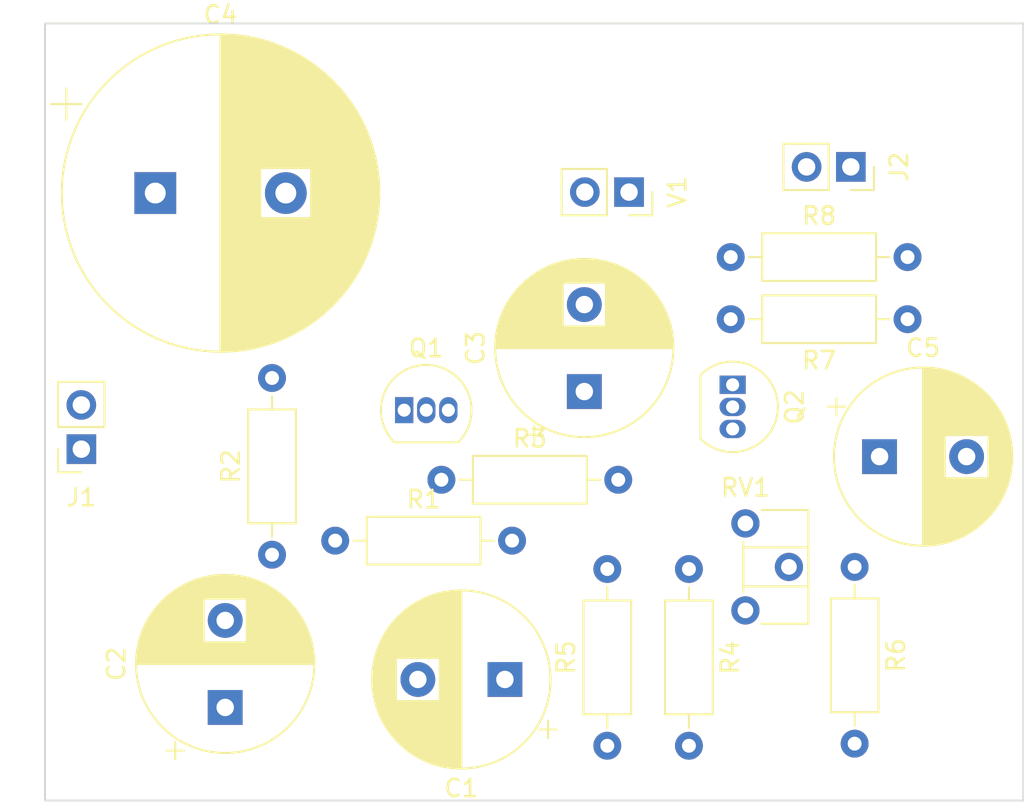
<source format=kicad_pcb>
(kicad_pcb (version 20211014) (generator pcbnew)
  (layers (0 "F.Cu" signal) (31 "B.Cu" signal) (34 "B.Paste" user) (35 "F.Paste" user) (36 "B.SilkS" user "B.Silkscreen") (37 "F.SilkS" user "F.Silkscreen") (38 "B.Mask" user) (39 "F.Mask" user) (44 "Edge.Cuts" user))
  (net 0 "")
  (net 1 "Net-(C1-Pad1)")
  (net 2 "Net-(C1-Pad2)")
  (net 3 "Net-(C2-Pad1)")
  (net 4 "GND")
  (net 5 "Net-(C3-Pad1)")
  (net 6 "Net-(C3-Pad2)")
  (net 7 "Net-(C4-Pad1)")
  (net 8 "Net-(C5-Pad1)")
  (net 9 "Net-(C5-Pad2)")
  (net 10 "Net-(Q1-Pad1)")
  (net 11 "Net-(R1-Pad2)")
  (net 12 "Net-(R6-Pad1)")
  (net 13 "VCC")
  (footprint "Connector_PinSocket_2.54mm:PinSocket_1x02_P2.54mm_Vertical" (layer "F.Cu") (at 126.59 74.415 -90)
    (fp_text reference "V1" (at 0 -2.77 90) (layer "F.SilkS"))
    (fp_text value "VSOURCE")
    (pad "1" thru_hole rect locked (at 0 0 270) (size 1.7 1.7) (drill 1) (layers *.Cu *.Mask) (net 13 "VCC"))
    (pad "2" thru_hole oval locked (at 0 2.54 270) (size 1.7 1.7) (drill 1) (layers *.Cu *.Mask) (net 4 "GND"))
  )
  (footprint "Package_TO_SOT_THT:TO-92_Inline" (layer "F.Cu") (at 132.54 85.49 -90)
    (fp_text reference "Q2" (at 1.27 -3.56 90) (layer "F.SilkS"))
    (fp_text value "BC547")
    (pad "1" thru_hole rect locked (at 0 0 270) (size 1.05 1.5) (drill 0.75) (layers *.Cu *.Mask) (net 8 "Net-(C5-Pad1)"))
    (pad "2" thru_hole oval locked (at 1.27 0 270) (size 1.05 1.5) (drill 0.75) (layers *.Cu *.Mask) (net 10 "Net-(Q1-Pad1)"))
    (pad "3" thru_hole oval locked (at 2.54 0 270) (size 1.05 1.5) (drill 0.75) (layers *.Cu *.Mask) (net 7 "Net-(C4-Pad1)"))
  )
  (footprint "Capacitor_THT:CP_Radial_D10.0mm_P5.00mm" (layer "F.Cu") (at 119.457677 102.43 180)
    (fp_text reference "C1" (at 2.5 -6.25) (layer "F.SilkS"))
    (fp_text value "10u")
    (pad "1" thru_hole rect locked (at 0 0 180) (size 2 2) (drill 1) (layers *.Cu *.Mask) (net 1 "Net-(C1-Pad1)"))
    (pad "2" thru_hole circle locked (at 5 0 180) (size 2 2) (drill 1) (layers *.Cu *.Mask) (net 2 "Net-(C1-Pad2)"))
  )
  (footprint "Resistor_THT:R_Axial_DIN0207_L6.3mm_D2.5mm_P10.16mm_Horizontal" (layer "F.Cu") (at 130.03 96.08 -90)
    (fp_text reference "R4" (at 5.08 -2.37 90) (layer "F.SilkS"))
    (fp_text value "390")
    (pad "1" thru_hole circle locked (at 0 0 270) (size 1.6 1.6) (drill 0.8) (layers *.Cu *.Mask) (net 7 "Net-(C4-Pad1)"))
    (pad "2" thru_hole oval locked (at 10.16 0 270) (size 1.6 1.6) (drill 0.8) (layers *.Cu *.Mask) (net 11 "Net-(R1-Pad2)"))
  )
  (footprint "Resistor_THT:R_Axial_DIN0207_L6.3mm_D2.5mm_P10.16mm_Horizontal" (layer "F.Cu") (at 125.34 106.24 90)
    (fp_text reference "R5" (at 5.08 -2.37 90) (layer "F.SilkS"))
    (fp_text value "1k")
    (pad "1" thru_hole circle locked (at 0 0 90) (size 1.6 1.6) (drill 0.8) (layers *.Cu *.Mask) (net 11 "Net-(R1-Pad2)"))
    (pad "2" thru_hole oval locked (at 10.16 0 90) (size 1.6 1.6) (drill 0.8) (layers *.Cu *.Mask) (net 4 "GND"))
  )
  (footprint "Resistor_THT:R_Axial_DIN0207_L6.3mm_D2.5mm_P10.16mm_Horizontal" (layer "F.Cu") (at 109.71 94.45)
    (fp_text reference "R1" (at 5.08 -2.37) (layer "F.SilkS"))
    (fp_text value "150k")
    (pad "1" thru_hole circle locked (at 0 0) (size 1.6 1.6) (drill 0.8) (layers *.Cu *.Mask) (net 1 "Net-(C1-Pad1)"))
    (pad "2" thru_hole oval locked (at 10.16 0) (size 1.6 1.6) (drill 0.8) (layers *.Cu *.Mask) (net 11 "Net-(R1-Pad2)"))
  )
  (footprint "Capacitor_THT:CP_Radial_D10.0mm_P5.00mm" (layer "F.Cu") (at 124.02 85.88 90)
    (fp_text reference "C3" (at 2.5 -6.25 90) (layer "F.SilkS"))
    (fp_text value "1u")
    (pad "1" thru_hole rect locked (at 0 0 90) (size 2 2) (drill 1) (layers *.Cu *.Mask) (net 5 "Net-(C3-Pad1)"))
    (pad "2" thru_hole circle locked (at 5 0 90) (size 2 2) (drill 1) (layers *.Cu *.Mask) (net 6 "Net-(C3-Pad2)"))
  )
  (footprint "Resistor_THT:R_Axial_DIN0207_L6.3mm_D2.5mm_P10.16mm_Horizontal" (layer "F.Cu") (at 115.81 90.95)
    (fp_text reference "R3" (at 5.08 -2.37) (layer "F.SilkS"))
    (fp_text value "4.7k")
    (pad "1" thru_hole circle locked (at 0 0) (size 1.6 1.6) (drill 0.8) (layers *.Cu *.Mask) (net 6 "Net-(C3-Pad2)"))
    (pad "2" thru_hole oval locked (at 10.16 0) (size 1.6 1.6) (drill 0.8) (layers *.Cu *.Mask) (net 4 "GND"))
  )
  (footprint "Package_TO_SOT_THT:TO-92_Inline" (layer "F.Cu") (at 113.67 86.95)
    (fp_text reference "Q1" (at 1.27 -3.56) (layer "F.SilkS"))
    (fp_text value "BC547")
    (pad "1" thru_hole rect locked (at 0 0) (size 1.05 1.5) (drill 0.75) (layers *.Cu *.Mask) (net 10 "Net-(Q1-Pad1)"))
    (pad "2" thru_hole oval locked (at 1.27 0) (size 1.05 1.5) (drill 0.75) (layers *.Cu *.Mask) (net 1 "Net-(C1-Pad1)"))
    (pad "3" thru_hole oval locked (at 2.54 0) (size 1.05 1.5) (drill 0.75) (layers *.Cu *.Mask) (net 6 "Net-(C3-Pad2)"))
  )
  (footprint "Capacitor_THT:CP_Radial_D10.0mm_P5.00mm" (layer "F.Cu") (at 140.982323 89.62)
    (fp_text reference "C5" (at 2.5 -6.25) (layer "F.SilkS"))
    (fp_text value "1u")
    (pad "1" thru_hole rect locked (at 0 0) (size 2 2) (drill 1) (layers *.Cu *.Mask) (net 8 "Net-(C5-Pad1)"))
    (pad "2" thru_hole circle locked (at 5 0) (size 2 2) (drill 1) (layers *.Cu *.Mask) (net 9 "Net-(C5-Pad2)"))
  )
  (footprint "Resistor_THT:R_Axial_DIN0207_L6.3mm_D2.5mm_P10.16mm_Horizontal" (layer "F.Cu") (at 106.08 95.26 90)
    (fp_text reference "R2" (at 5.08 -2.37 90) (layer "F.SilkS"))
    (fp_text value "270k")
    (pad "1" thru_hole circle locked (at 0 0 90) (size 1.6 1.6) (drill 0.8) (layers *.Cu *.Mask) (net 3 "Net-(C2-Pad1)"))
    (pad "2" thru_hole oval locked (at 10.16 0 90) (size 1.6 1.6) (drill 0.8) (layers *.Cu *.Mask) (net 10 "Net-(Q1-Pad1)"))
  )
  (footprint "Connector_PinSocket_2.54mm:PinSocket_1x02_P2.54mm_Vertical" (layer "F.Cu") (at 95.125 89.19 180)
    (fp_text reference "J1" (at 0 -2.77) (layer "F.SilkS"))
    (fp_text value "Conn_01x02")
    (pad "1" thru_hole rect locked (at 0 0 180) (size 1.7 1.7) (drill 1) (layers *.Cu *.Mask) (net 4 "GND"))
    (pad "2" thru_hole oval locked (at 0 2.54 180) (size 1.7 1.7) (drill 1) (layers *.Cu *.Mask) (net 2 "Net-(C1-Pad2)"))
  )
  (footprint "Resistor_THT:R_Axial_DIN0207_L6.3mm_D2.5mm_P10.16mm_Horizontal" (layer "F.Cu") (at 142.59 81.72 180)
    (fp_text reference "R7" (at 5.08 -2.37) (layer "F.SilkS"))
    (fp_text value "6.8k")
    (pad "1" thru_hole circle locked (at 0 0 180) (size 1.6 1.6) (drill 0.8) (layers *.Cu *.Mask) (net 3 "Net-(C2-Pad1)"))
    (pad "2" thru_hole oval locked (at 10.16 0 180) (size 1.6 1.6) (drill 0.8) (layers *.Cu *.Mask) (net 8 "Net-(C5-Pad1)"))
  )
  (footprint "Connector_PinSocket_2.54mm:PinSocket_1x02_P2.54mm_Vertical" (layer "F.Cu") (at 139.33 72.965 -90)
    (fp_text reference "J2" (at 0 -2.77 90) (layer "F.SilkS"))
    (fp_text value "Conn_01x02")
    (pad "1" thru_hole rect locked (at 0 0 270) (size 1.7 1.7) (drill 1) (layers *.Cu *.Mask) (net 9 "Net-(C5-Pad2)"))
    (pad "2" thru_hole oval locked (at 0 2.54 270) (size 1.7 1.7) (drill 1) (layers *.Cu *.Mask) (net 4 "GND"))
  )
  (footprint "Potentiometer_THT:Potentiometer_ACP_CA6-H2,5_Horizontal" (layer "F.Cu") (at 133.275 93.46)
    (fp_text reference "RV1" (at 0 -2.06) (layer "F.SilkS"))
    (fp_text value "100k")
    (pad "1" thru_hole circle locked (at 0 0) (size 1.62 1.62) (drill 0.9) (layers *.Cu *.Mask) (net 5 "Net-(C3-Pad1)"))
    (pad "2" thru_hole circle locked (at 2.5 2.5) (size 1.62 1.62) (drill 0.9) (layers *.Cu *.Mask) (net 5 "Net-(C3-Pad1)"))
    (pad "3" thru_hole circle locked (at 0 5) (size 1.62 1.62) (drill 0.9) (layers *.Cu *.Mask) (net 12 "Net-(R6-Pad1)"))
  )
  (footprint "Capacitor_THT:CP_Radial_D18.0mm_P7.50mm" (layer "F.Cu") (at 99.37222 74.47)
    (fp_text reference "C4" (at 3.75 -10.25) (layer "F.SilkS"))
    (fp_text value "220u")
    (pad "1" thru_hole rect locked (at 0 0) (size 2.4 2.4) (drill 1.2) (layers *.Cu *.Mask) (net 7 "Net-(C4-Pad1)"))
    (pad "2" thru_hole circle locked (at 7.5 0) (size 2.4 2.4) (drill 1.2) (layers *.Cu *.Mask) (net 4 "GND"))
  )
  (footprint "Resistor_THT:R_Axial_DIN0207_L6.3mm_D2.5mm_P10.16mm_Horizontal" (layer "F.Cu") (at 139.55 95.96 -90)
    (fp_text reference "R6" (at 5.08 -2.37 90) (layer "F.SilkS"))
    (fp_text value "47k")
    (pad "1" thru_hole circle locked (at 0 0 270) (size 1.6 1.6) (drill 0.8) (layers *.Cu *.Mask) (net 12 "Net-(R6-Pad1)"))
    (pad "2" thru_hole oval locked (at 10.16 0 270) (size 1.6 1.6) (drill 0.8) (layers *.Cu *.Mask) (net 8 "Net-(C5-Pad1)"))
  )
  (footprint "Resistor_THT:R_Axial_DIN0207_L6.3mm_D2.5mm_P10.16mm_Horizontal" (layer "F.Cu") (at 132.43 78.15)
    (fp_text reference "R8" (at 5.08 -2.37) (layer "F.SilkS"))
    (fp_text value "1k")
    (pad "1" thru_hole circle locked (at 0 0) (size 1.6 1.6) (drill 0.8) (layers *.Cu *.Mask) (net 13 "VCC"))
    (pad "2" thru_hole oval locked (at 10.16 0) (size 1.6 1.6) (drill 0.8) (layers *.Cu *.Mask) (net 3 "Net-(C2-Pad1)"))
  )
  (footprint "Capacitor_THT:CP_Radial_D10.0mm_P5.00mm" (layer "F.Cu") (at 103.39 104.037677 90)
    (fp_text reference "C2" (at 2.5 -6.25 90) (layer "F.SilkS"))
    (fp_text value "10u")
    (pad "1" thru_hole rect locked (at 0 0 90) (size 2 2) (drill 1) (layers *.Cu *.Mask) (net 3 "Net-(C2-Pad1)"))
    (pad "2" thru_hole circle locked (at 5 0 90) (size 2 2) (drill 1) (layers *.Cu *.Mask) (net 4 "GND"))
  )
  (gr_rect (start 93.04 64.72) (end 149.24 109.39) (layer "Edge.Cuts") (width 0.1) (fill none))
)
</source>
